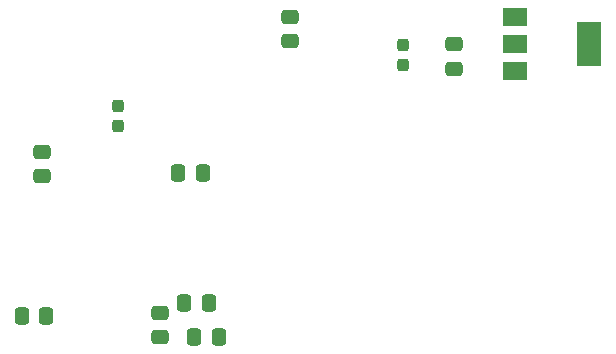
<source format=gbr>
%TF.GenerationSoftware,KiCad,Pcbnew,(5.99.0-9650-gad505e29c0)*%
%TF.CreationDate,2021-03-24T14:31:16-04:00*%
%TF.ProjectId,Hangulator,48616e67-756c-4617-946f-722e6b696361,rev?*%
%TF.SameCoordinates,Original*%
%TF.FileFunction,Paste,Bot*%
%TF.FilePolarity,Positive*%
%FSLAX46Y46*%
G04 Gerber Fmt 4.6, Leading zero omitted, Abs format (unit mm)*
G04 Created by KiCad (PCBNEW (5.99.0-9650-gad505e29c0)) date 2021-03-24 14:31:16*
%MOMM*%
%LPD*%
G01*
G04 APERTURE LIST*
G04 Aperture macros list*
%AMRoundRect*
0 Rectangle with rounded corners*
0 $1 Rounding radius*
0 $2 $3 $4 $5 $6 $7 $8 $9 X,Y pos of 4 corners*
0 Add a 4 corners polygon primitive as box body*
4,1,4,$2,$3,$4,$5,$6,$7,$8,$9,$2,$3,0*
0 Add four circle primitives for the rounded corners*
1,1,$1+$1,$2,$3*
1,1,$1+$1,$4,$5*
1,1,$1+$1,$6,$7*
1,1,$1+$1,$8,$9*
0 Add four rect primitives between the rounded corners*
20,1,$1+$1,$2,$3,$4,$5,0*
20,1,$1+$1,$4,$5,$6,$7,0*
20,1,$1+$1,$6,$7,$8,$9,0*
20,1,$1+$1,$8,$9,$2,$3,0*%
G04 Aperture macros list end*
%ADD10RoundRect,0.250000X-0.475000X0.337500X-0.475000X-0.337500X0.475000X-0.337500X0.475000X0.337500X0*%
%ADD11RoundRect,0.250000X0.337500X0.475000X-0.337500X0.475000X-0.337500X-0.475000X0.337500X-0.475000X0*%
%ADD12RoundRect,0.237500X0.237500X-0.300000X0.237500X0.300000X-0.237500X0.300000X-0.237500X-0.300000X0*%
%ADD13RoundRect,0.250000X-0.337500X-0.475000X0.337500X-0.475000X0.337500X0.475000X-0.337500X0.475000X0*%
%ADD14R,2.000000X1.500000*%
%ADD15R,2.000000X3.800000*%
%ADD16RoundRect,0.250000X0.475000X-0.337500X0.475000X0.337500X-0.475000X0.337500X-0.475000X-0.337500X0*%
G04 APERTURE END LIST*
D10*
%TO.C,C2*%
X320900000Y-157012500D03*
X320900000Y-159087500D03*
%TD*%
%TO.C,C1*%
X307075000Y-154687500D03*
X307075000Y-156762500D03*
%TD*%
D11*
%TO.C,C8*%
X300987500Y-181800000D03*
X298912500Y-181800000D03*
%TD*%
D12*
%TO.C,C10*%
X316625000Y-158762500D03*
X316625000Y-157037500D03*
%TD*%
D13*
%TO.C,C4*%
X297587500Y-167950000D03*
X299662500Y-167950000D03*
%TD*%
D14*
%TO.C,U1*%
X326075000Y-159300000D03*
D15*
X332375000Y-157000000D03*
D14*
X326075000Y-157000000D03*
X326075000Y-154700000D03*
%TD*%
D13*
%TO.C,C5*%
X298087500Y-178925000D03*
X300162500Y-178925000D03*
%TD*%
D16*
%TO.C,C3*%
X286000000Y-168187500D03*
X286000000Y-166112500D03*
%TD*%
D11*
%TO.C,C6*%
X286387500Y-180025000D03*
X284312500Y-180025000D03*
%TD*%
D10*
%TO.C,C7*%
X296000000Y-179737500D03*
X296000000Y-181812500D03*
%TD*%
D12*
%TO.C,C9*%
X292450000Y-163937500D03*
X292450000Y-162212500D03*
%TD*%
M02*

</source>
